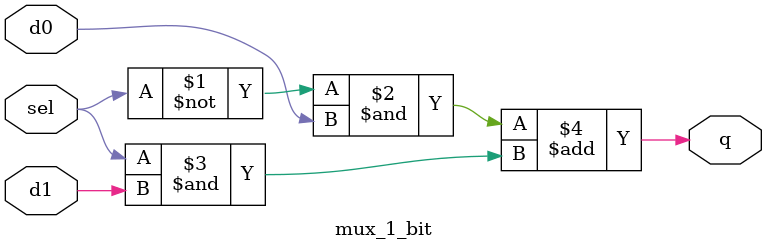
<source format=v>
module mux_1_bit (
    input wire sel, d0, d1,
    output wire q
);

    assign q = (~sel & d0) + (sel & d1) ;



endmodule
</source>
